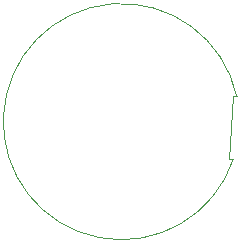
<source format=gm1>
G04 #@! TF.GenerationSoftware,KiCad,Pcbnew,(7.0.0-0)*
G04 #@! TF.CreationDate,2024-02-23T22:29:39+08:00*
G04 #@! TF.ProjectId,Revolute,5265766f-6c75-4746-952e-6b696361645f,rev?*
G04 #@! TF.SameCoordinates,Original*
G04 #@! TF.FileFunction,Profile,NP*
%FSLAX46Y46*%
G04 Gerber Fmt 4.6, Leading zero omitted, Abs format (unit mm)*
G04 Created by KiCad (PCBNEW (7.0.0-0)) date 2024-02-23 22:29:39*
%MOMM*%
%LPD*%
G01*
G04 APERTURE LIST*
G04 #@! TA.AperFunction,Profile*
%ADD10C,0.050000*%
G04 #@! TD*
G04 APERTURE END LIST*
D10*
X180486833Y-98162278D02*
X180153610Y-98145089D01*
X180761871Y-92830695D02*
G75*
G03*
X180486833Y-98162278I-9761871J-2169305D01*
G01*
X180428648Y-92813506D02*
X180153610Y-98145089D01*
X180761871Y-92830695D02*
X180428648Y-92813506D01*
M02*

</source>
